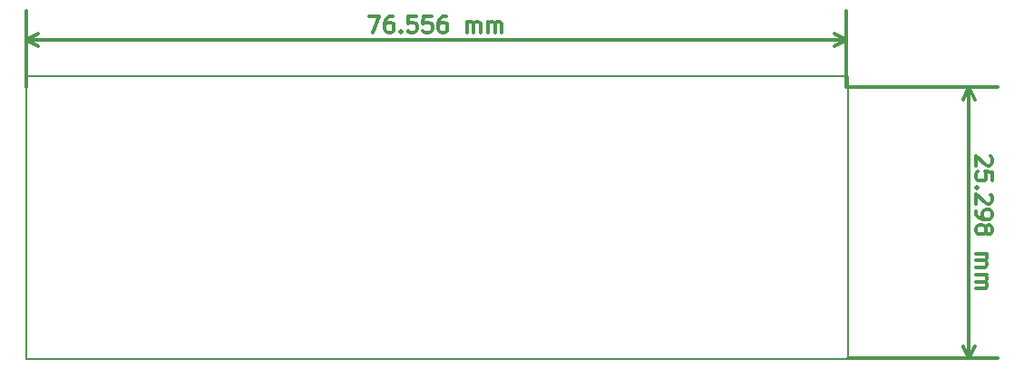
<source format=gbr>
G04 #@! TF.FileFunction,Drawing*
%FSLAX46Y46*%
G04 Gerber Fmt 4.6, Leading zero omitted, Abs format (unit mm)*
G04 Created by KiCad (PCBNEW 4.0.7) date 11/22/17 14:23:38*
%MOMM*%
%LPD*%
G01*
G04 APERTURE LIST*
%ADD10C,0.100000*%
%ADD11C,0.150000*%
%ADD12C,0.300000*%
G04 APERTURE END LIST*
D10*
D11*
X18034000Y-22352000D02*
X18542000Y-22352000D01*
X18034000Y-23431500D02*
X18034000Y-22352000D01*
X94742000Y-22352000D02*
X94742000Y-23431500D01*
D12*
X108098971Y-29866415D02*
X108170400Y-29937844D01*
X108241829Y-30080701D01*
X108241829Y-30437844D01*
X108170400Y-30580701D01*
X108098971Y-30652130D01*
X107956114Y-30723558D01*
X107813257Y-30723558D01*
X107598971Y-30652130D01*
X106741829Y-29794987D01*
X106741829Y-30723558D01*
X108241829Y-32080701D02*
X108241829Y-31366415D01*
X107527543Y-31294986D01*
X107598971Y-31366415D01*
X107670400Y-31509272D01*
X107670400Y-31866415D01*
X107598971Y-32009272D01*
X107527543Y-32080701D01*
X107384686Y-32152129D01*
X107027543Y-32152129D01*
X106884686Y-32080701D01*
X106813257Y-32009272D01*
X106741829Y-31866415D01*
X106741829Y-31509272D01*
X106813257Y-31366415D01*
X106884686Y-31294986D01*
X106884686Y-32794986D02*
X106813257Y-32866414D01*
X106741829Y-32794986D01*
X106813257Y-32723557D01*
X106884686Y-32794986D01*
X106741829Y-32794986D01*
X108098971Y-33437843D02*
X108170400Y-33509272D01*
X108241829Y-33652129D01*
X108241829Y-34009272D01*
X108170400Y-34152129D01*
X108098971Y-34223558D01*
X107956114Y-34294986D01*
X107813257Y-34294986D01*
X107598971Y-34223558D01*
X106741829Y-33366415D01*
X106741829Y-34294986D01*
X106741829Y-35009271D02*
X106741829Y-35294986D01*
X106813257Y-35437843D01*
X106884686Y-35509271D01*
X107098971Y-35652129D01*
X107384686Y-35723557D01*
X107956114Y-35723557D01*
X108098971Y-35652129D01*
X108170400Y-35580700D01*
X108241829Y-35437843D01*
X108241829Y-35152129D01*
X108170400Y-35009271D01*
X108098971Y-34937843D01*
X107956114Y-34866414D01*
X107598971Y-34866414D01*
X107456114Y-34937843D01*
X107384686Y-35009271D01*
X107313257Y-35152129D01*
X107313257Y-35437843D01*
X107384686Y-35580700D01*
X107456114Y-35652129D01*
X107598971Y-35723557D01*
X107598971Y-36580700D02*
X107670400Y-36437842D01*
X107741829Y-36366414D01*
X107884686Y-36294985D01*
X107956114Y-36294985D01*
X108098971Y-36366414D01*
X108170400Y-36437842D01*
X108241829Y-36580700D01*
X108241829Y-36866414D01*
X108170400Y-37009271D01*
X108098971Y-37080700D01*
X107956114Y-37152128D01*
X107884686Y-37152128D01*
X107741829Y-37080700D01*
X107670400Y-37009271D01*
X107598971Y-36866414D01*
X107598971Y-36580700D01*
X107527543Y-36437842D01*
X107456114Y-36366414D01*
X107313257Y-36294985D01*
X107027543Y-36294985D01*
X106884686Y-36366414D01*
X106813257Y-36437842D01*
X106741829Y-36580700D01*
X106741829Y-36866414D01*
X106813257Y-37009271D01*
X106884686Y-37080700D01*
X107027543Y-37152128D01*
X107313257Y-37152128D01*
X107456114Y-37080700D01*
X107527543Y-37009271D01*
X107598971Y-36866414D01*
X106741829Y-38937842D02*
X107741829Y-38937842D01*
X107598971Y-38937842D02*
X107670400Y-39009270D01*
X107741829Y-39152128D01*
X107741829Y-39366413D01*
X107670400Y-39509270D01*
X107527543Y-39580699D01*
X106741829Y-39580699D01*
X107527543Y-39580699D02*
X107670400Y-39652128D01*
X107741829Y-39794985D01*
X107741829Y-40009270D01*
X107670400Y-40152128D01*
X107527543Y-40223556D01*
X106741829Y-40223556D01*
X106741829Y-40937842D02*
X107741829Y-40937842D01*
X107598971Y-40937842D02*
X107670400Y-41009270D01*
X107741829Y-41152128D01*
X107741829Y-41366413D01*
X107670400Y-41509270D01*
X107527543Y-41580699D01*
X106741829Y-41580699D01*
X107527543Y-41580699D02*
X107670400Y-41652128D01*
X107741829Y-41794985D01*
X107741829Y-42009270D01*
X107670400Y-42152128D01*
X107527543Y-42223556D01*
X106741829Y-42223556D01*
X106070400Y-23431500D02*
X106070400Y-48729900D01*
X94742000Y-23431500D02*
X108770400Y-23431500D01*
X94742000Y-48729900D02*
X108770400Y-48729900D01*
X106070400Y-48729900D02*
X105483979Y-47603396D01*
X106070400Y-48729900D02*
X106656821Y-47603396D01*
X106070400Y-23431500D02*
X105483979Y-24558004D01*
X106070400Y-23431500D02*
X106656821Y-24558004D01*
X50026087Y-16789671D02*
X51026087Y-16789671D01*
X50383230Y-18289671D01*
X52240372Y-16789671D02*
X51954658Y-16789671D01*
X51811801Y-16861100D01*
X51740372Y-16932529D01*
X51597515Y-17146814D01*
X51526086Y-17432529D01*
X51526086Y-18003957D01*
X51597515Y-18146814D01*
X51668943Y-18218243D01*
X51811801Y-18289671D01*
X52097515Y-18289671D01*
X52240372Y-18218243D01*
X52311801Y-18146814D01*
X52383229Y-18003957D01*
X52383229Y-17646814D01*
X52311801Y-17503957D01*
X52240372Y-17432529D01*
X52097515Y-17361100D01*
X51811801Y-17361100D01*
X51668943Y-17432529D01*
X51597515Y-17503957D01*
X51526086Y-17646814D01*
X53026086Y-18146814D02*
X53097514Y-18218243D01*
X53026086Y-18289671D01*
X52954657Y-18218243D01*
X53026086Y-18146814D01*
X53026086Y-18289671D01*
X54454658Y-16789671D02*
X53740372Y-16789671D01*
X53668943Y-17503957D01*
X53740372Y-17432529D01*
X53883229Y-17361100D01*
X54240372Y-17361100D01*
X54383229Y-17432529D01*
X54454658Y-17503957D01*
X54526086Y-17646814D01*
X54526086Y-18003957D01*
X54454658Y-18146814D01*
X54383229Y-18218243D01*
X54240372Y-18289671D01*
X53883229Y-18289671D01*
X53740372Y-18218243D01*
X53668943Y-18146814D01*
X55883229Y-16789671D02*
X55168943Y-16789671D01*
X55097514Y-17503957D01*
X55168943Y-17432529D01*
X55311800Y-17361100D01*
X55668943Y-17361100D01*
X55811800Y-17432529D01*
X55883229Y-17503957D01*
X55954657Y-17646814D01*
X55954657Y-18003957D01*
X55883229Y-18146814D01*
X55811800Y-18218243D01*
X55668943Y-18289671D01*
X55311800Y-18289671D01*
X55168943Y-18218243D01*
X55097514Y-18146814D01*
X57240371Y-16789671D02*
X56954657Y-16789671D01*
X56811800Y-16861100D01*
X56740371Y-16932529D01*
X56597514Y-17146814D01*
X56526085Y-17432529D01*
X56526085Y-18003957D01*
X56597514Y-18146814D01*
X56668942Y-18218243D01*
X56811800Y-18289671D01*
X57097514Y-18289671D01*
X57240371Y-18218243D01*
X57311800Y-18146814D01*
X57383228Y-18003957D01*
X57383228Y-17646814D01*
X57311800Y-17503957D01*
X57240371Y-17432529D01*
X57097514Y-17361100D01*
X56811800Y-17361100D01*
X56668942Y-17432529D01*
X56597514Y-17503957D01*
X56526085Y-17646814D01*
X59168942Y-18289671D02*
X59168942Y-17289671D01*
X59168942Y-17432529D02*
X59240370Y-17361100D01*
X59383228Y-17289671D01*
X59597513Y-17289671D01*
X59740370Y-17361100D01*
X59811799Y-17503957D01*
X59811799Y-18289671D01*
X59811799Y-17503957D02*
X59883228Y-17361100D01*
X60026085Y-17289671D01*
X60240370Y-17289671D01*
X60383228Y-17361100D01*
X60454656Y-17503957D01*
X60454656Y-18289671D01*
X61168942Y-18289671D02*
X61168942Y-17289671D01*
X61168942Y-17432529D02*
X61240370Y-17361100D01*
X61383228Y-17289671D01*
X61597513Y-17289671D01*
X61740370Y-17361100D01*
X61811799Y-17503957D01*
X61811799Y-18289671D01*
X61811799Y-17503957D02*
X61883228Y-17361100D01*
X62026085Y-17289671D01*
X62240370Y-17289671D01*
X62383228Y-17361100D01*
X62454656Y-17503957D01*
X62454656Y-18289671D01*
X18034000Y-18961100D02*
X94589600Y-18961100D01*
X18034000Y-23431500D02*
X18034000Y-16261100D01*
X94589600Y-23431500D02*
X94589600Y-16261100D01*
X94589600Y-18961100D02*
X93463096Y-19547521D01*
X94589600Y-18961100D02*
X93463096Y-18374679D01*
X18034000Y-18961100D02*
X19160504Y-19547521D01*
X18034000Y-18961100D02*
X19160504Y-18374679D01*
D11*
X18034000Y-48831500D02*
X18034000Y-23431500D01*
X39878000Y-48831500D02*
X18034000Y-48831500D01*
X94742000Y-48831500D02*
X39878000Y-48831500D01*
X94742000Y-47307500D02*
X94742000Y-48831500D01*
X94742000Y-23431500D02*
X94742000Y-47307500D01*
X18542000Y-22352000D02*
X94742000Y-22352000D01*
M02*

</source>
